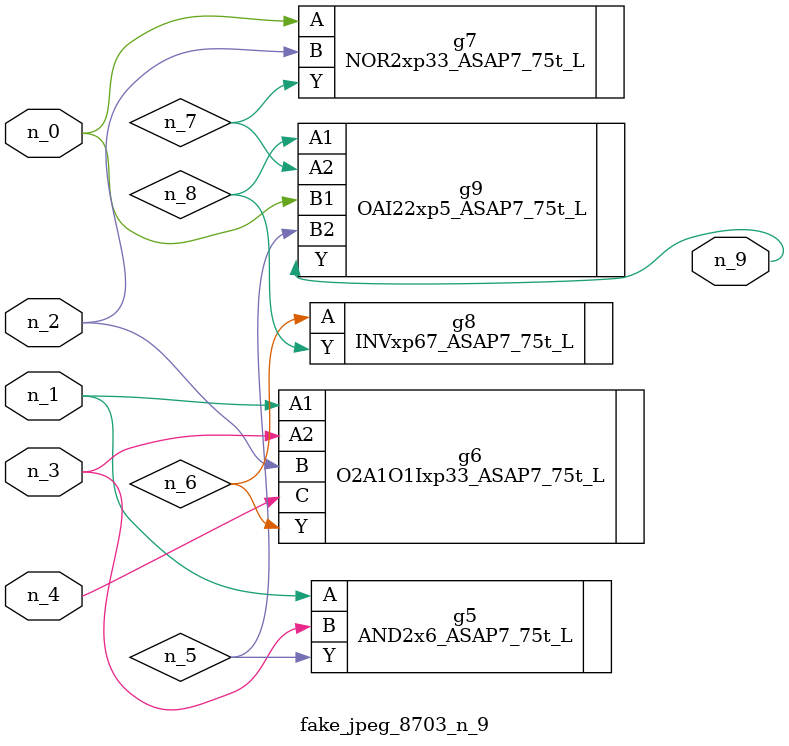
<source format=v>
module fake_jpeg_8703_n_9 (n_3, n_2, n_1, n_0, n_4, n_9);

input n_3;
input n_2;
input n_1;
input n_0;
input n_4;

output n_9;

wire n_8;
wire n_6;
wire n_5;
wire n_7;

AND2x6_ASAP7_75t_L g5 ( 
.A(n_1),
.B(n_3),
.Y(n_5)
);

O2A1O1Ixp33_ASAP7_75t_L g6 ( 
.A1(n_1),
.A2(n_3),
.B(n_2),
.C(n_4),
.Y(n_6)
);

NOR2xp33_ASAP7_75t_L g7 ( 
.A(n_0),
.B(n_2),
.Y(n_7)
);

INVxp67_ASAP7_75t_L g8 ( 
.A(n_6),
.Y(n_8)
);

OAI22xp5_ASAP7_75t_L g9 ( 
.A1(n_8),
.A2(n_7),
.B1(n_0),
.B2(n_5),
.Y(n_9)
);


endmodule
</source>
